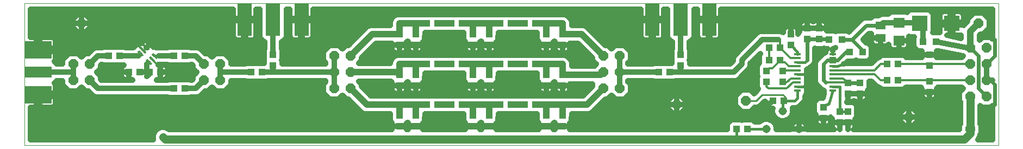
<source format=gbr>
G75*
%MOIN*%
%OFA0B0*%
%FSLAX24Y24*%
%IPPOS*%
%LPD*%
%AMOC8*
5,1,8,0,0,1.08239X$1,22.5*
%
%ADD10C,0.0000*%
%ADD11R,0.0394X0.0157*%
%ADD12OC8,0.0600*%
%ADD13R,0.0433X0.0394*%
%ADD14R,0.0394X0.0433*%
%ADD15C,0.0515*%
%ADD16R,0.0394X0.0394*%
%ADD17R,0.0413X0.0157*%
%ADD18C,0.0079*%
%ADD19R,0.1650X0.0700*%
%ADD20R,0.1650X0.1050*%
%ADD21R,0.0900X0.2000*%
%ADD22R,0.0945X0.0945*%
%ADD23R,0.0709X0.0630*%
%ADD24R,0.0591X0.0512*%
%ADD25C,0.0120*%
%ADD26C,0.0160*%
%ADD27C,0.0100*%
%ADD28C,0.0400*%
%ADD29C,0.0357*%
%ADD30C,0.0240*%
%ADD31C,0.0320*%
%ADD32C,0.0500*%
%ADD33C,0.0436*%
D10*
X003851Y002794D02*
X003851Y011539D01*
X063593Y011539D01*
X063593Y002794D01*
X003851Y002794D01*
X003851Y005094D02*
X003851Y009494D01*
X016901Y011544D02*
X021301Y011544D01*
X041901Y011544D02*
X046301Y011544D01*
D11*
X051268Y008420D03*
X051268Y008170D03*
X051268Y007920D03*
X051268Y007670D03*
X051268Y007420D03*
X051268Y007169D03*
X051268Y006919D03*
X051268Y006669D03*
X051268Y006419D03*
X051268Y006169D03*
X053433Y006169D03*
X053433Y006419D03*
X053433Y006669D03*
X053433Y006919D03*
X053433Y007169D03*
X053433Y007420D03*
X053433Y007670D03*
X053433Y007920D03*
X053433Y008170D03*
X053433Y008420D03*
D12*
X061851Y008794D03*
X062851Y008794D03*
X062851Y007794D03*
X061851Y007794D03*
X061851Y006794D03*
X062851Y006794D03*
X062851Y005794D03*
X061851Y005794D03*
X058101Y004544D03*
X061851Y003794D03*
X048101Y005544D03*
X043851Y005294D03*
X040351Y006294D03*
X039351Y006294D03*
X039351Y007294D03*
X040351Y007294D03*
X040351Y008294D03*
X039351Y008294D03*
X023851Y008294D03*
X022851Y008294D03*
X022851Y007294D03*
X023851Y007294D03*
X023851Y006294D03*
X022851Y006294D03*
X015851Y006794D03*
X014851Y006794D03*
X014851Y007794D03*
X015851Y007794D03*
X007851Y007794D03*
X006851Y007794D03*
X006851Y006794D03*
X007851Y006794D03*
X007351Y010294D03*
X062351Y010294D03*
D13*
X057435Y007794D03*
X056766Y007794D03*
X056766Y006794D03*
X057435Y006794D03*
X050435Y005544D03*
X049766Y005544D03*
X053851Y004879D03*
X053851Y004210D03*
X043435Y007294D03*
X042766Y007294D03*
X049516Y008044D03*
X050185Y008044D03*
X035185Y007794D03*
X034516Y007794D03*
X033685Y007794D03*
X033016Y007794D03*
X030685Y007794D03*
X030016Y007794D03*
X029185Y007794D03*
X028516Y007794D03*
X028516Y005294D03*
X029185Y005294D03*
X030016Y005294D03*
X030685Y005294D03*
X033016Y005294D03*
X033685Y005294D03*
X034516Y005294D03*
X035185Y005294D03*
X018435Y007294D03*
X017766Y007294D03*
X013685Y008294D03*
X013016Y008294D03*
X009685Y008294D03*
X009016Y008294D03*
X010266Y007294D03*
X010935Y007294D03*
X011516Y007294D03*
X012185Y007294D03*
X013016Y006294D03*
X013685Y006294D03*
X028516Y010294D03*
X029185Y010294D03*
X030016Y010294D03*
X030685Y010294D03*
X033016Y010294D03*
X033685Y010294D03*
X034516Y010294D03*
X035185Y010294D03*
D14*
X035851Y009629D03*
X036851Y009629D03*
X036851Y008960D03*
X035851Y008960D03*
X032351Y008960D03*
X031351Y008960D03*
X031351Y009629D03*
X032351Y009629D03*
X027851Y009629D03*
X026851Y009629D03*
X026851Y008960D03*
X027851Y008960D03*
X027851Y007129D03*
X026851Y007129D03*
X026851Y006460D03*
X027851Y006460D03*
X031351Y006460D03*
X032351Y006460D03*
X032351Y007129D03*
X031351Y007129D03*
X035851Y007129D03*
X036851Y007129D03*
X036851Y006460D03*
X035851Y006460D03*
X035851Y004629D03*
X036851Y004629D03*
X036851Y003960D03*
X035851Y003960D03*
X032351Y003960D03*
X031351Y003960D03*
X031351Y004629D03*
X032351Y004629D03*
X027851Y004629D03*
X026851Y004629D03*
X026851Y003960D03*
X027851Y003960D03*
X019101Y007710D03*
X019101Y008379D03*
X044101Y008379D03*
X044101Y007710D03*
X049351Y007379D03*
X050351Y007379D03*
X050351Y006710D03*
X049351Y006710D03*
X054351Y006629D03*
X055101Y006629D03*
X055101Y005960D03*
X054351Y005960D03*
X052851Y005129D03*
X054351Y004879D03*
X052851Y004460D03*
X054351Y004210D03*
X048185Y003794D03*
X047516Y003794D03*
X059351Y006085D03*
X059351Y006754D03*
X059351Y007710D03*
X059351Y008379D03*
X052601Y009335D03*
X051851Y009335D03*
X050851Y009629D03*
X051851Y010004D03*
X052601Y010004D03*
X050851Y008960D03*
X050185Y008794D03*
X049516Y008794D03*
D15*
X050351Y004919D03*
X051351Y003797D03*
X049351Y003797D03*
D16*
X054457Y008544D03*
X055244Y008544D03*
X053994Y009294D03*
X053207Y009294D03*
X058957Y009169D03*
X059744Y009169D03*
D17*
G36*
X011399Y008132D02*
X011689Y007842D01*
X011579Y007732D01*
X011289Y008022D01*
X011399Y008132D01*
G37*
D18*
X011580Y008258D02*
X011815Y008023D01*
X011760Y007968D01*
X011525Y008203D01*
X011580Y008258D01*
X011682Y008046D02*
X011792Y008046D01*
X011714Y008124D02*
X011604Y008124D01*
X011636Y008202D02*
X011526Y008202D01*
X011761Y008439D02*
X011996Y008204D01*
X011941Y008149D01*
X011706Y008384D01*
X011761Y008439D01*
X011863Y008227D02*
X011973Y008227D01*
X011895Y008305D02*
X011785Y008305D01*
X011817Y008383D02*
X011707Y008383D01*
X011119Y008357D02*
X010884Y008592D01*
X011119Y008357D02*
X011064Y008302D01*
X010829Y008537D01*
X010884Y008592D01*
X010986Y008380D02*
X011096Y008380D01*
X011018Y008458D02*
X010908Y008458D01*
X010940Y008536D02*
X010830Y008536D01*
X011065Y008773D02*
X011300Y008538D01*
X011245Y008483D01*
X011010Y008718D01*
X011065Y008773D01*
X011167Y008561D02*
X011277Y008561D01*
X011199Y008639D02*
X011089Y008639D01*
X011121Y008717D02*
X011011Y008717D01*
X011246Y008954D02*
X011481Y008719D01*
X011426Y008664D01*
X011191Y008899D01*
X011246Y008954D01*
X011348Y008742D02*
X011458Y008742D01*
X011380Y008820D02*
X011270Y008820D01*
X011302Y008898D02*
X011192Y008898D01*
D19*
X004683Y007294D03*
D20*
X004683Y005919D03*
X004683Y008670D03*
D21*
X017361Y010534D03*
X019101Y010534D03*
X020841Y010534D03*
X042361Y010534D03*
X044101Y010534D03*
X045841Y010534D03*
D22*
X058741Y010294D03*
X060710Y010294D03*
D23*
X057476Y010346D03*
X057476Y009243D03*
D24*
X056351Y009420D03*
X056351Y010168D03*
D25*
X050810Y008170D02*
X050185Y008794D01*
X050185Y009210D01*
X050101Y009294D01*
X049516Y008794D02*
X049516Y008044D01*
X049726Y007544D02*
X050185Y008004D01*
X050185Y008044D01*
X050310Y007919D01*
X050476Y007919D01*
X050725Y007670D01*
X051268Y007670D01*
X051268Y007420D02*
X050391Y007420D01*
X050351Y007379D01*
X049726Y007544D02*
X049516Y007544D01*
X049351Y007379D01*
X050601Y006669D02*
X050850Y006919D01*
X051268Y006919D01*
X051268Y006669D02*
X050975Y006669D01*
X050601Y006294D01*
X049476Y006294D01*
X049351Y006419D01*
X049351Y006710D01*
X050351Y006710D02*
X050391Y006669D01*
X050601Y006669D01*
X052976Y006669D02*
X053433Y006669D01*
X054310Y006669D01*
X054351Y006629D01*
X054060Y006919D01*
X053433Y006919D01*
X053433Y006669D02*
X053433Y006669D01*
X053433Y007169D02*
X055976Y007169D01*
X056351Y006794D01*
X056766Y006794D01*
X057435Y006794D02*
X059351Y006794D01*
X059351Y006754D01*
X059351Y006794D02*
X061851Y006794D01*
X061851Y007794D02*
X059351Y007794D01*
X059351Y007710D01*
X059351Y007794D02*
X057435Y007794D01*
X056766Y007794D02*
X056351Y007794D01*
X055976Y007420D01*
X053433Y007420D01*
X053433Y007920D02*
X053558Y008044D01*
X053726Y008044D01*
X053433Y007920D02*
X053433Y008170D01*
X053433Y008169D01*
X051268Y008170D02*
X050810Y008170D01*
X013016Y008294D02*
X011851Y008294D01*
X011670Y008113D02*
X011670Y008100D01*
X012101Y007669D01*
X012101Y007379D01*
X012185Y007294D01*
X011185Y008628D02*
X011351Y008794D01*
X011336Y008809D02*
X011336Y008809D01*
X010976Y009169D01*
X010726Y009044D02*
X010601Y009044D01*
X010351Y009294D01*
X010726Y009044D02*
X011142Y008628D01*
X011155Y008628D01*
X011185Y008628D01*
D26*
X010974Y008447D02*
X010974Y008417D01*
X010851Y008294D01*
X011351Y007794D02*
X011489Y007932D01*
X047351Y003169D02*
X047516Y003335D01*
X047516Y003794D01*
X048185Y003794D02*
X049229Y003794D01*
X049351Y003797D01*
X050351Y004919D02*
X050351Y005460D01*
X050435Y005544D01*
X051101Y005544D01*
X051268Y005712D01*
X051268Y006169D01*
X051268Y006419D02*
X051726Y006419D01*
X051976Y006169D01*
X053183Y005377D02*
X053433Y006169D01*
X053433Y006419D02*
X053850Y006419D01*
X053851Y006419D01*
X053851Y004879D01*
X054351Y004879D01*
X053183Y005377D02*
X053101Y005294D01*
X053016Y005294D01*
X052851Y005129D01*
X051976Y006919D02*
X051726Y007169D01*
X051268Y007169D01*
X053433Y007670D02*
X053726Y007670D01*
X054101Y007794D01*
X051851Y008044D02*
X051726Y007920D01*
X051268Y007920D01*
X051268Y008420D02*
X051268Y008542D01*
X050851Y008960D01*
X053433Y008627D02*
X053433Y008420D01*
X053433Y008627D02*
X053601Y008794D01*
D27*
X050476Y005794D02*
X050351Y005919D01*
X049101Y005919D01*
X048726Y005544D01*
X048101Y005544D01*
X050435Y005544D02*
X050476Y005585D01*
X050476Y005794D01*
D28*
X039351Y006294D02*
X038351Y005294D01*
X036851Y005294D01*
X036851Y004629D01*
X035851Y004629D02*
X035851Y005294D01*
X036851Y005294D01*
X035851Y005294D02*
X035185Y005294D01*
X034516Y005294D02*
X033685Y005294D01*
X033016Y005294D02*
X032351Y005294D01*
X032351Y004629D01*
X031351Y004629D02*
X031351Y005294D01*
X032351Y005294D01*
X031351Y005294D02*
X030685Y005294D01*
X030016Y005294D02*
X029185Y005294D01*
X028516Y005294D02*
X027851Y005294D01*
X027851Y004629D01*
X026851Y004629D02*
X026851Y005294D01*
X024851Y005294D01*
X023851Y006294D01*
X026851Y006460D02*
X027851Y006460D01*
X031351Y006460D01*
X032351Y006460D01*
X035851Y006460D01*
X036851Y006460D01*
X036851Y007129D02*
X039185Y007129D01*
X039351Y007294D01*
X036851Y007129D02*
X036851Y007794D01*
X035851Y007794D01*
X035851Y007129D01*
X035851Y007794D02*
X035185Y007794D01*
X034516Y007794D02*
X033685Y007794D01*
X033016Y007794D02*
X032351Y007794D01*
X032351Y007129D01*
X031351Y007129D02*
X031351Y007794D01*
X030685Y007794D01*
X031351Y007794D02*
X032351Y007794D01*
X030016Y007794D02*
X029185Y007794D01*
X028516Y007794D02*
X027851Y007794D01*
X026851Y007794D01*
X026851Y007129D01*
X026685Y007294D01*
X023851Y007294D01*
X023851Y008294D02*
X025185Y009629D01*
X026851Y009629D01*
X026851Y010294D01*
X027851Y010294D01*
X027851Y009629D01*
X027851Y010294D02*
X028516Y010294D01*
X029185Y010294D02*
X030016Y010294D01*
X030685Y010294D02*
X031351Y010294D01*
X031351Y009629D01*
X032351Y009629D02*
X032351Y010294D01*
X033016Y010294D01*
X032351Y010294D02*
X031351Y010294D01*
X033685Y010294D02*
X034516Y010294D01*
X035185Y010294D02*
X035851Y010294D01*
X035851Y009629D01*
X036851Y009629D02*
X038016Y009629D01*
X039351Y008294D01*
X036851Y008960D02*
X035851Y008960D01*
X032351Y008960D01*
X031351Y008960D01*
X027851Y008960D01*
X026851Y008960D01*
X027851Y007794D02*
X027851Y007129D01*
X027851Y005294D02*
X026851Y005294D01*
X026851Y003960D02*
X027851Y003960D01*
X031351Y003960D01*
X032351Y003960D01*
X035851Y003960D01*
X036851Y003960D01*
X036851Y009629D02*
X036851Y010294D01*
X035851Y010294D01*
X061851Y009794D02*
X061851Y008794D01*
X061851Y009794D02*
X062351Y010294D01*
D29*
X062976Y009669D03*
X060851Y009544D03*
X056726Y008669D03*
X055976Y008544D03*
X053601Y008794D03*
X052476Y008419D03*
X054101Y007794D03*
X055101Y007919D03*
X058476Y008419D03*
X060351Y008419D03*
X055601Y009294D03*
X052601Y010544D03*
X051851Y010544D03*
X050851Y010044D03*
X049851Y010044D03*
X047976Y009419D03*
X046351Y008294D03*
X042351Y008294D03*
X039851Y009044D03*
X037351Y008794D03*
X035351Y008794D03*
X034101Y008794D03*
X032851Y008794D03*
X030851Y008794D03*
X029601Y008794D03*
X028351Y008794D03*
X026351Y008794D03*
X023351Y009294D03*
X021351Y009294D03*
X023351Y010294D03*
X025851Y010419D03*
X017351Y009294D03*
X015351Y009294D03*
X013351Y009294D03*
X012351Y009294D03*
X010351Y009294D03*
X009351Y009294D03*
X009351Y007294D03*
X011351Y007044D03*
X012851Y007294D03*
X013351Y005294D03*
X011351Y005294D03*
X009351Y005294D03*
X015351Y005294D03*
X017351Y005294D03*
X019351Y005294D03*
X021351Y005294D03*
X023351Y005294D03*
X026351Y006294D03*
X028351Y006294D03*
X029601Y006294D03*
X030851Y006294D03*
X032851Y006294D03*
X034101Y006294D03*
X035351Y006294D03*
X037351Y006294D03*
X038226Y006294D03*
X039851Y005669D03*
X042351Y006294D03*
X044351Y006294D03*
X046351Y006294D03*
X048476Y007169D03*
X051976Y006919D03*
X051976Y006169D03*
X054351Y005544D03*
X055101Y005544D03*
X056726Y005919D03*
X058601Y006044D03*
X060226Y006169D03*
X062851Y004794D03*
X060976Y004544D03*
X059476Y004044D03*
X062851Y003794D03*
X055226Y004544D03*
X052851Y004044D03*
X051976Y003919D03*
X053851Y003794D03*
X054351Y003794D03*
X051976Y004919D03*
X048851Y004794D03*
X046351Y004294D03*
X044351Y004294D03*
X042351Y004294D03*
X039101Y004794D03*
X037351Y003794D03*
X035351Y003794D03*
X034101Y003794D03*
X032851Y003794D03*
X030851Y003794D03*
X029601Y003794D03*
X028351Y003794D03*
X026351Y003794D03*
X038226Y008044D03*
X061476Y010919D03*
X062976Y010919D03*
D30*
X062976Y009669D02*
X063351Y009294D01*
X063351Y008294D01*
X062851Y007794D01*
X062851Y006794D01*
X063101Y006794D01*
X063351Y006544D01*
X063351Y005294D01*
X062851Y004794D01*
X062851Y005794D02*
X062351Y006294D01*
X062351Y008294D01*
X061851Y008794D01*
X056351Y010168D02*
X055475Y010168D01*
X054601Y009294D01*
X055244Y008651D01*
X055244Y008544D01*
X054457Y008544D02*
X054226Y008544D01*
X053726Y008044D01*
X053101Y008044D01*
X052851Y007794D01*
X052851Y006794D01*
X052976Y006669D01*
X054351Y006629D02*
X055101Y006629D01*
X055101Y005960D02*
X054351Y005960D01*
X054351Y005544D01*
X055101Y005544D02*
X055101Y005960D01*
X052851Y004460D02*
X052851Y004044D01*
X053851Y004210D02*
X053851Y003794D01*
X054351Y003794D02*
X054351Y004210D01*
X053851Y004210D01*
X051851Y008044D02*
X051851Y009335D01*
X052601Y009335D01*
X053167Y009335D01*
X053207Y009294D01*
X053994Y009294D02*
X054601Y009294D01*
X052601Y010004D02*
X052601Y010544D01*
X051851Y010544D02*
X051851Y010004D01*
X050851Y010044D02*
X050851Y009629D01*
D31*
X050851Y009629D01*
X050851Y010106D01*
X051073Y010106D01*
X051123Y010096D01*
X051171Y010076D01*
X051213Y010048D01*
X051249Y010011D01*
X051278Y009969D01*
X051297Y009921D01*
X051307Y009871D01*
X051307Y009656D01*
X051349Y009755D01*
X051394Y009800D01*
X051394Y010004D01*
X051851Y010004D01*
X051851Y010004D01*
X052307Y010004D01*
X052601Y010004D01*
X052601Y010004D01*
X053057Y010004D01*
X053057Y010246D01*
X053047Y010296D01*
X053028Y010344D01*
X052999Y010386D01*
X052963Y010423D01*
X052921Y010451D01*
X052873Y010471D01*
X052823Y010481D01*
X052601Y010481D01*
X052601Y010004D01*
X053057Y010004D01*
X053057Y009851D01*
X053475Y009851D01*
X053601Y009799D01*
X053726Y009851D01*
X054263Y009851D01*
X054395Y009796D01*
X054409Y009782D01*
X055203Y010575D01*
X055379Y010648D01*
X055770Y010648D01*
X055851Y010729D01*
X055984Y010784D01*
X056231Y010784D01*
X056233Y010786D01*
X056424Y010866D01*
X056817Y010866D01*
X056917Y010966D01*
X057050Y011021D01*
X057902Y011021D01*
X057981Y010988D01*
X058065Y011072D01*
X058197Y011127D01*
X059285Y011127D01*
X059418Y011072D01*
X059519Y010971D01*
X059574Y010838D01*
X059574Y009750D01*
X059564Y009726D01*
X059996Y009726D01*
X059987Y009746D01*
X059977Y009796D01*
X059977Y010218D01*
X060634Y010218D01*
X060786Y010218D01*
X060786Y009562D01*
X061208Y009562D01*
X061258Y009572D01*
X061291Y009585D01*
X061291Y009390D01*
X060433Y009562D01*
X060634Y009562D01*
X060634Y010218D01*
X060634Y010371D01*
X060634Y011027D01*
X060212Y011027D01*
X060162Y011017D01*
X060114Y010997D01*
X060072Y010969D01*
X060035Y010933D01*
X060007Y010890D01*
X059987Y010843D01*
X059977Y010792D01*
X059977Y010371D01*
X060634Y010371D01*
X060786Y010371D01*
X060786Y011027D01*
X061208Y011027D01*
X061258Y011017D01*
X061305Y010997D01*
X061348Y010969D01*
X061384Y010933D01*
X061413Y010890D01*
X061432Y010843D01*
X061442Y010792D01*
X061442Y010371D01*
X060786Y010371D01*
X060786Y010218D01*
X061442Y010218D01*
X061442Y010178D01*
X061691Y010426D01*
X061691Y010568D01*
X062077Y010954D01*
X062624Y010954D01*
X063011Y010568D01*
X063011Y010021D01*
X062624Y009634D01*
X062483Y009634D01*
X062411Y009562D01*
X062411Y009288D01*
X062577Y009454D01*
X063124Y009454D01*
X063233Y009346D01*
X063233Y011179D01*
X046551Y011179D01*
X046551Y010599D01*
X045906Y010599D01*
X045906Y010469D01*
X046551Y010469D01*
X046551Y009509D01*
X046541Y009459D01*
X046521Y009411D01*
X046493Y009369D01*
X046456Y009332D01*
X046414Y009304D01*
X046366Y009284D01*
X046316Y009274D01*
X045906Y009274D01*
X045906Y010469D01*
X045776Y010469D01*
X045776Y009274D01*
X045365Y009274D01*
X045315Y009284D01*
X045267Y009304D01*
X045225Y009332D01*
X045189Y009369D01*
X045160Y009411D01*
X045141Y009459D01*
X045131Y009509D01*
X045131Y010469D01*
X045776Y010469D01*
X045776Y010599D01*
X045131Y010599D01*
X045131Y011179D01*
X044911Y011179D01*
X044911Y009463D01*
X044856Y009330D01*
X044755Y009229D01*
X044622Y009174D01*
X044621Y009174D01*
X044621Y008756D01*
X044657Y008667D01*
X044657Y008091D01*
X044638Y008044D01*
X044657Y007998D01*
X044657Y007814D01*
X047135Y007814D01*
X047331Y008010D01*
X047331Y008148D01*
X047410Y008339D01*
X047556Y008485D01*
X048806Y009735D01*
X048997Y009814D01*
X050204Y009814D01*
X050394Y009736D01*
X050394Y009871D01*
X050404Y009921D01*
X050423Y009969D01*
X050452Y010011D01*
X050488Y010048D01*
X050531Y010076D01*
X050578Y010096D01*
X050628Y010106D01*
X050851Y010106D01*
X050851Y009629D01*
X050851Y009634D02*
X050851Y009634D01*
X050851Y009952D02*
X050851Y009952D01*
X051285Y009952D02*
X051394Y009952D01*
X051394Y010004D02*
X051851Y010004D01*
X052601Y010004D01*
X052601Y010004D01*
X052601Y010481D01*
X052378Y010481D01*
X052328Y010471D01*
X052281Y010451D01*
X052238Y010423D01*
X052226Y010410D01*
X052213Y010423D01*
X052171Y010451D01*
X052123Y010471D01*
X052073Y010481D01*
X051851Y010481D01*
X051851Y010004D01*
X051851Y010004D01*
X051851Y010481D01*
X051628Y010481D01*
X051578Y010471D01*
X051531Y010451D01*
X051488Y010423D01*
X051452Y010386D01*
X051423Y010344D01*
X051404Y010296D01*
X051394Y010246D01*
X051394Y010004D01*
X051851Y010004D02*
X051851Y010004D01*
X052601Y010004D02*
X052601Y010004D01*
X053057Y009952D02*
X054580Y009952D01*
X054898Y010271D02*
X053053Y010271D01*
X052601Y010271D02*
X052601Y010271D01*
X051851Y010271D02*
X051851Y010271D01*
X051399Y010271D02*
X046551Y010271D01*
X045906Y010271D02*
X045776Y010271D01*
X045131Y010271D02*
X044911Y010271D01*
X044911Y010589D02*
X045776Y010589D01*
X045906Y010589D02*
X055237Y010589D01*
X056351Y010168D02*
X056528Y010346D01*
X057476Y010346D01*
X058690Y010346D01*
X058741Y010294D01*
X058957Y010079D01*
X058957Y009169D01*
X058400Y009315D02*
X058090Y009315D01*
X058090Y009243D02*
X058090Y009506D01*
X058197Y009462D01*
X058410Y009462D01*
X058400Y009438D01*
X058400Y008901D01*
X058455Y008769D01*
X058556Y008667D01*
X058688Y008613D01*
X058894Y008613D01*
X058894Y008379D01*
X058894Y008214D01*
X057938Y008214D01*
X057856Y008296D01*
X057723Y008351D01*
X057147Y008351D01*
X057101Y008332D01*
X057054Y008351D01*
X056478Y008351D01*
X056346Y008296D01*
X056261Y008212D01*
X056113Y008150D01*
X055995Y008032D01*
X055802Y007840D01*
X054200Y007840D01*
X054348Y007988D01*
X054725Y007988D01*
X054851Y008039D01*
X054976Y007988D01*
X055513Y007988D01*
X055645Y008042D01*
X055746Y008144D01*
X055801Y008276D01*
X055801Y008813D01*
X055746Y008945D01*
X055645Y009046D01*
X055513Y009101D01*
X055473Y009101D01*
X055279Y009294D01*
X055673Y009688D01*
X055770Y009688D01*
X055795Y009663D01*
X055795Y009420D01*
X055795Y009139D01*
X055805Y009089D01*
X055825Y009041D01*
X055853Y008999D01*
X055890Y008963D01*
X055932Y008934D01*
X055980Y008914D01*
X056030Y008904D01*
X056351Y008904D01*
X056672Y008904D01*
X056722Y008914D01*
X056769Y008934D01*
X056812Y008963D01*
X056848Y008999D01*
X056861Y009019D01*
X056861Y008903D01*
X056871Y008852D01*
X056891Y008805D01*
X056919Y008763D01*
X056956Y008726D01*
X056998Y008698D01*
X057045Y008678D01*
X055801Y008678D01*
X056351Y008904D02*
X056351Y009420D01*
X056351Y008904D01*
X056351Y008997D02*
X056351Y008997D01*
X056846Y008997D02*
X056861Y008997D01*
X057476Y008997D02*
X057476Y008997D01*
X058032Y008763D02*
X058060Y008805D01*
X058080Y008852D01*
X058090Y008903D01*
X058090Y009243D01*
X057476Y009243D01*
X057476Y009243D01*
X057476Y008668D01*
X057856Y008668D01*
X057906Y008678D01*
X057953Y008698D01*
X057996Y008726D01*
X058032Y008763D01*
X057906Y008678D02*
X058545Y008678D01*
X057476Y008678D02*
X057476Y008678D01*
X057476Y008668D02*
X057476Y009243D01*
X057476Y009243D01*
X058090Y009243D01*
X058090Y008997D02*
X058400Y008997D01*
X057476Y008668D02*
X057096Y008668D01*
X057045Y008678D01*
X055855Y008997D02*
X055695Y008997D01*
X055795Y009315D02*
X055300Y009315D01*
X055795Y009420D02*
X056351Y009420D01*
X056351Y009420D01*
X056351Y009420D01*
X055795Y009420D01*
X055795Y009634D02*
X055619Y009634D01*
X056351Y009315D02*
X056351Y009315D01*
X053433Y008738D02*
X053433Y008608D01*
X053433Y008738D01*
X053433Y008738D01*
X053433Y008678D02*
X053433Y008678D01*
X053433Y008608D02*
X053433Y008608D01*
X053135Y008738D02*
X053113Y008729D01*
X053071Y008700D01*
X053035Y008664D01*
X053006Y008621D01*
X052986Y008574D01*
X052976Y008524D01*
X052976Y008512D01*
X052829Y008451D01*
X052579Y008201D01*
X052444Y008066D01*
X052371Y007890D01*
X052371Y006699D01*
X052444Y006522D01*
X052704Y006262D01*
X052876Y006191D01*
X052876Y006019D01*
X052904Y005953D01*
X052826Y005706D01*
X052582Y005706D01*
X052450Y005651D01*
X052349Y005549D01*
X052294Y005417D01*
X052294Y004841D01*
X052349Y004709D01*
X052394Y004663D01*
X052394Y004460D01*
X052851Y004460D01*
X053307Y004460D01*
X053307Y004530D01*
X053329Y004478D01*
X053374Y004433D01*
X053374Y004432D01*
X053374Y004210D01*
X053851Y004210D01*
X054351Y004210D01*
X054807Y004210D01*
X054807Y004413D01*
X054853Y004459D01*
X054907Y004591D01*
X054907Y005167D01*
X054853Y005299D01*
X054751Y005401D01*
X054619Y005456D01*
X054291Y005456D01*
X054291Y005483D01*
X054351Y005483D01*
X054573Y005483D01*
X054623Y005493D01*
X054671Y005513D01*
X054713Y005541D01*
X054726Y005554D01*
X054738Y005541D01*
X054781Y005513D01*
X054828Y005493D01*
X054878Y005483D01*
X055101Y005483D01*
X055323Y005483D01*
X055373Y005493D01*
X055421Y005513D01*
X055463Y005541D01*
X055499Y005577D01*
X055528Y005620D01*
X055547Y005667D01*
X055557Y005718D01*
X055557Y005960D01*
X055557Y006163D01*
X055603Y006209D01*
X055657Y006341D01*
X055657Y006749D01*
X055802Y006749D01*
X055995Y006556D01*
X056113Y006438D01*
X056261Y006377D01*
X056346Y006292D01*
X056478Y006238D01*
X057054Y006238D01*
X057101Y006257D01*
X057147Y006238D01*
X057723Y006238D01*
X057856Y006292D01*
X057938Y006374D01*
X058832Y006374D01*
X058849Y006334D01*
X058894Y006288D01*
X058894Y006085D01*
X059351Y006085D01*
X059807Y006085D01*
X059807Y006288D01*
X059853Y006334D01*
X059870Y006374D01*
X061337Y006374D01*
X061417Y006294D01*
X061191Y006068D01*
X061191Y005521D01*
X061241Y005471D01*
X061241Y004118D01*
X061191Y004068D01*
X061191Y003779D01*
X054695Y003779D01*
X054713Y003791D01*
X054749Y003827D01*
X054778Y003870D01*
X054797Y003917D01*
X054807Y003968D01*
X054807Y004210D01*
X054351Y004210D01*
X054351Y004210D01*
X054351Y003779D01*
X054351Y003779D01*
X054351Y004210D01*
X054351Y004210D01*
X054351Y004210D01*
X053894Y004210D01*
X053851Y004210D01*
X053851Y004210D01*
X053851Y003779D01*
X053851Y003779D01*
X053851Y004210D01*
X053851Y004210D01*
X053851Y004210D01*
X053374Y004210D01*
X053374Y003987D01*
X053384Y003937D01*
X053404Y003890D01*
X053432Y003847D01*
X053468Y003811D01*
X053511Y003782D01*
X053518Y003779D01*
X051868Y003779D01*
X051868Y003797D01*
X051351Y003797D01*
X051351Y003797D01*
X051868Y003797D01*
X051868Y003838D01*
X051855Y003919D01*
X051830Y003996D01*
X051793Y004069D01*
X051745Y004134D01*
X051688Y004192D01*
X051622Y004240D01*
X051549Y004277D01*
X051472Y004302D01*
X051391Y004315D01*
X051351Y004315D01*
X051351Y003797D01*
X051351Y003797D01*
X050833Y003797D01*
X050833Y003779D01*
X049968Y003779D01*
X049968Y003920D01*
X049874Y004147D01*
X049700Y004321D01*
X049473Y004415D01*
X049228Y004415D01*
X049001Y004321D01*
X048914Y004234D01*
X048668Y004234D01*
X048586Y004316D01*
X048454Y004371D01*
X047917Y004371D01*
X047851Y004344D01*
X047784Y004371D01*
X047248Y004371D01*
X047115Y004316D01*
X047014Y004215D01*
X046959Y004083D01*
X046959Y003779D01*
X037307Y003779D01*
X037307Y003960D01*
X037307Y004163D01*
X037353Y004209D01*
X037407Y004341D01*
X037407Y004510D01*
X037411Y004518D01*
X037411Y004734D01*
X038462Y004734D01*
X038668Y004820D01*
X039483Y005634D01*
X039624Y005634D01*
X039851Y005861D01*
X040077Y005634D01*
X040624Y005634D01*
X041011Y006021D01*
X041011Y006568D01*
X040871Y006708D01*
X040871Y006774D01*
X042389Y006774D01*
X042478Y006738D01*
X043054Y006738D01*
X043101Y006757D01*
X043147Y006738D01*
X043723Y006738D01*
X043812Y006774D01*
X047454Y006774D01*
X047645Y006854D01*
X047791Y007000D01*
X048291Y007500D01*
X048371Y007691D01*
X048371Y007829D01*
X048985Y008443D01*
X048989Y008433D01*
X048939Y008313D01*
X048939Y007890D01*
X048849Y007799D01*
X048794Y007667D01*
X048794Y007091D01*
X048813Y007044D01*
X048794Y006998D01*
X048794Y006422D01*
X048849Y006289D01*
X048870Y006268D01*
X048868Y006267D01*
X048753Y006152D01*
X048590Y005988D01*
X048374Y006204D01*
X047827Y006204D01*
X047441Y005818D01*
X047441Y005271D01*
X047827Y004884D01*
X048374Y004884D01*
X048624Y005134D01*
X048807Y005134D01*
X048958Y005197D01*
X049270Y005509D01*
X049289Y005509D01*
X049289Y005322D01*
X049299Y005272D01*
X049319Y005224D01*
X049347Y005182D01*
X049384Y005146D01*
X049426Y005117D01*
X049474Y005098D01*
X049524Y005088D01*
X049752Y005088D01*
X049733Y005042D01*
X049733Y004797D01*
X049827Y004570D01*
X050001Y004396D01*
X050228Y004302D01*
X050473Y004302D01*
X050700Y004396D01*
X050874Y004570D01*
X050968Y004797D01*
X050968Y005042D01*
X050942Y005104D01*
X051188Y005104D01*
X051350Y005171D01*
X051474Y005295D01*
X051641Y005462D01*
X051708Y005624D01*
X051708Y005824D01*
X051770Y005887D01*
X051825Y006019D01*
X051825Y006320D01*
X051784Y006419D01*
X051825Y006519D01*
X051825Y007070D01*
X051783Y007169D01*
X051825Y007269D01*
X051825Y007484D01*
X051975Y007547D01*
X052026Y007597D01*
X052123Y007637D01*
X052258Y007772D01*
X052331Y007949D01*
X052331Y008759D01*
X052332Y008758D01*
X052869Y008758D01*
X052879Y008762D01*
X052938Y008738D01*
X053135Y008738D01*
X053049Y008678D02*
X052331Y008678D01*
X052331Y008360D02*
X052737Y008360D01*
X052433Y008041D02*
X052331Y008041D01*
X052371Y007723D02*
X052208Y007723D01*
X052371Y007404D02*
X051825Y007404D01*
X051818Y007086D02*
X052371Y007086D01*
X052371Y006767D02*
X051825Y006767D01*
X051796Y006449D02*
X052517Y006449D01*
X052876Y006130D02*
X051825Y006130D01*
X051708Y005812D02*
X052859Y005812D01*
X052325Y005493D02*
X051654Y005493D01*
X051353Y005175D02*
X052294Y005175D01*
X052294Y004856D02*
X050968Y004856D01*
X050842Y004538D02*
X052394Y004538D01*
X052394Y004460D02*
X052394Y004218D01*
X052404Y004167D01*
X052423Y004120D01*
X052452Y004077D01*
X052488Y004041D01*
X052531Y004013D01*
X052578Y003993D01*
X052628Y003983D01*
X052851Y003983D01*
X053073Y003983D01*
X053123Y003993D01*
X053171Y004013D01*
X053213Y004041D01*
X053249Y004077D01*
X053278Y004120D01*
X053297Y004167D01*
X053307Y004218D01*
X053307Y004460D01*
X052851Y004460D01*
X052851Y004460D01*
X052851Y003983D01*
X052851Y004460D01*
X052851Y004460D01*
X052851Y004460D01*
X052394Y004460D01*
X052394Y004219D02*
X051650Y004219D01*
X051351Y004219D02*
X051351Y004219D01*
X051351Y004315D02*
X051310Y004315D01*
X051229Y004302D01*
X051152Y004277D01*
X051079Y004240D01*
X051014Y004192D01*
X050956Y004134D01*
X050908Y004069D01*
X050871Y003996D01*
X050846Y003919D01*
X050833Y003838D01*
X050833Y003797D01*
X051351Y003797D01*
X051351Y003797D01*
X051351Y004315D01*
X051051Y004219D02*
X049802Y004219D01*
X049859Y004538D02*
X037411Y004538D01*
X037357Y004219D02*
X047018Y004219D01*
X046959Y003901D02*
X037307Y003901D01*
X037307Y003960D02*
X036851Y003960D01*
X037307Y003960D01*
X036851Y003960D02*
X036851Y003960D01*
X036851Y003960D01*
X036394Y003960D01*
X036394Y004163D01*
X036351Y004207D01*
X036307Y004163D01*
X036307Y003960D01*
X035851Y003960D01*
X035851Y003960D01*
X036307Y003960D01*
X036307Y003779D01*
X036394Y003779D01*
X036394Y003960D01*
X036851Y003960D01*
X036394Y003901D02*
X036307Y003901D01*
X035851Y003960D02*
X035394Y003960D01*
X035851Y003960D01*
X035851Y003960D01*
X035394Y003960D02*
X035394Y003779D01*
X032807Y003779D01*
X032807Y003960D01*
X032807Y004163D01*
X032853Y004209D01*
X032907Y004341D01*
X032907Y004510D01*
X032911Y004518D01*
X032911Y004734D01*
X033127Y004734D01*
X033135Y004738D01*
X033304Y004738D01*
X033351Y004757D01*
X033397Y004738D01*
X033566Y004738D01*
X033574Y004734D01*
X034627Y004734D01*
X034635Y004738D01*
X034804Y004738D01*
X034851Y004757D01*
X034897Y004738D01*
X035066Y004738D01*
X035074Y004734D01*
X035291Y004734D01*
X035291Y004518D01*
X035294Y004510D01*
X035294Y004341D01*
X035349Y004209D01*
X035394Y004163D01*
X035394Y003960D01*
X035394Y003901D02*
X032807Y003901D01*
X032807Y003960D02*
X032351Y003960D01*
X032807Y003960D01*
X032351Y003960D02*
X032351Y003960D01*
X032351Y003960D01*
X031894Y003960D01*
X031894Y004163D01*
X031851Y004207D01*
X031807Y004163D01*
X031807Y003960D01*
X031351Y003960D01*
X031351Y003960D01*
X031807Y003960D01*
X031807Y003779D01*
X031894Y003779D01*
X031894Y003960D01*
X032351Y003960D01*
X031894Y003901D02*
X031807Y003901D01*
X031351Y003960D02*
X030894Y003960D01*
X031351Y003960D01*
X031351Y003960D01*
X030894Y003960D02*
X030894Y003779D01*
X028307Y003779D01*
X028307Y003960D01*
X028307Y004163D01*
X028353Y004209D01*
X028407Y004341D01*
X028407Y004510D01*
X028411Y004518D01*
X028411Y004734D01*
X028627Y004734D01*
X028635Y004738D01*
X028804Y004738D01*
X028851Y004757D01*
X028897Y004738D01*
X029066Y004738D01*
X029074Y004734D01*
X030127Y004734D01*
X030135Y004738D01*
X030304Y004738D01*
X030351Y004757D01*
X030397Y004738D01*
X030566Y004738D01*
X030574Y004734D01*
X030791Y004734D01*
X030791Y004518D01*
X030794Y004510D01*
X030794Y004341D01*
X030849Y004209D01*
X030894Y004163D01*
X030894Y003960D01*
X030894Y003901D02*
X028307Y003901D01*
X028307Y003960D02*
X027851Y003960D01*
X028307Y003960D01*
X027851Y003960D02*
X027851Y003960D01*
X027851Y003960D01*
X027394Y003960D01*
X027394Y004163D01*
X027351Y004207D01*
X027307Y004163D01*
X027307Y003960D01*
X026851Y003960D01*
X026851Y003960D01*
X027307Y003960D01*
X027307Y003779D01*
X027394Y003779D01*
X027394Y003960D01*
X027851Y003960D01*
X027394Y003901D02*
X027307Y003901D01*
X026851Y003960D02*
X026394Y003960D01*
X026851Y003960D01*
X026851Y003960D01*
X026394Y003960D02*
X026394Y003779D01*
X012728Y003779D01*
X012696Y003812D01*
X012472Y003904D01*
X012229Y003904D01*
X012005Y003812D01*
X011833Y003640D01*
X011741Y003416D01*
X011741Y003173D01*
X011748Y003154D01*
X004211Y003154D01*
X004211Y005134D01*
X004581Y005134D01*
X004581Y005816D01*
X004786Y005816D01*
X004786Y005134D01*
X005534Y005134D01*
X005584Y005144D01*
X005632Y005163D01*
X005674Y005192D01*
X005710Y005228D01*
X005739Y005270D01*
X005758Y005318D01*
X005768Y005368D01*
X005768Y005816D01*
X004786Y005816D01*
X004786Y006021D01*
X005768Y006021D01*
X005768Y006469D01*
X005758Y006519D01*
X005739Y006567D01*
X005710Y006609D01*
X005690Y006630D01*
X005712Y006639D01*
X005814Y006740D01*
X005828Y006774D01*
X006191Y006774D01*
X006191Y006521D01*
X006577Y006134D01*
X007124Y006134D01*
X007351Y006361D01*
X007577Y006134D01*
X007775Y006134D01*
X008056Y005854D01*
X008247Y005774D01*
X012639Y005774D01*
X012728Y005738D01*
X013304Y005738D01*
X013351Y005757D01*
X013397Y005738D01*
X013973Y005738D01*
X014062Y005774D01*
X014454Y005774D01*
X014645Y005854D01*
X014926Y006134D01*
X015124Y006134D01*
X015351Y006361D01*
X015577Y006134D01*
X016124Y006134D01*
X016511Y006521D01*
X016511Y006774D01*
X017389Y006774D01*
X017478Y006738D01*
X018054Y006738D01*
X018101Y006757D01*
X018147Y006738D01*
X018723Y006738D01*
X018812Y006774D01*
X022331Y006774D01*
X022331Y006708D01*
X022191Y006568D01*
X022191Y006021D01*
X022577Y005634D01*
X023124Y005634D01*
X023351Y005861D01*
X023577Y005634D01*
X023719Y005634D01*
X024533Y004820D01*
X024739Y004734D01*
X026291Y004734D01*
X026291Y004518D01*
X026294Y004510D01*
X026294Y004341D01*
X026349Y004209D01*
X026394Y004163D01*
X026394Y003960D01*
X026394Y003901D02*
X012480Y003901D01*
X012221Y003901D02*
X004211Y003901D01*
X004211Y004219D02*
X026344Y004219D01*
X026291Y004538D02*
X004211Y004538D01*
X004211Y004856D02*
X024497Y004856D01*
X024178Y005175D02*
X005649Y005175D01*
X004786Y005175D02*
X004581Y005175D01*
X004581Y005493D02*
X004786Y005493D01*
X004786Y005812D02*
X004581Y005812D01*
X005768Y005812D02*
X008157Y005812D01*
X007779Y006130D02*
X005768Y006130D01*
X005768Y006449D02*
X006263Y006449D01*
X006191Y006767D02*
X005825Y006767D01*
X006851Y006794D02*
X006851Y007294D01*
X006851Y007794D01*
X006191Y007814D02*
X005828Y007814D01*
X005814Y007848D01*
X005712Y007950D01*
X005690Y007959D01*
X005710Y007979D01*
X005739Y008022D01*
X005758Y008069D01*
X005768Y008120D01*
X005768Y008568D01*
X004786Y008568D01*
X004786Y008773D01*
X004581Y008773D01*
X004581Y009455D01*
X004211Y009455D01*
X004211Y011179D01*
X016651Y011179D01*
X016651Y010599D01*
X017296Y010599D01*
X017296Y010469D01*
X017426Y010469D01*
X017426Y010599D01*
X018071Y010599D01*
X018071Y011179D01*
X018291Y011179D01*
X018291Y009463D01*
X018345Y009330D01*
X018447Y009229D01*
X018579Y009174D01*
X018581Y009174D01*
X018581Y008756D01*
X018544Y008667D01*
X018544Y008091D01*
X018563Y008044D01*
X018544Y007998D01*
X018544Y007851D01*
X018147Y007851D01*
X018101Y007832D01*
X018054Y007851D01*
X017478Y007851D01*
X017389Y007814D01*
X016511Y007814D01*
X016511Y008068D01*
X016124Y008454D01*
X015577Y008454D01*
X015351Y008228D01*
X015124Y008454D01*
X014926Y008454D01*
X014645Y008735D01*
X014454Y008814D01*
X014062Y008814D01*
X013973Y008851D01*
X013397Y008851D01*
X013351Y008832D01*
X013304Y008851D01*
X012728Y008851D01*
X012639Y008814D01*
X011997Y008814D01*
X011949Y008795D01*
X011840Y008840D01*
X011756Y008840D01*
X011747Y008861D01*
X011714Y008910D01*
X011575Y009049D01*
X011436Y009188D01*
X011387Y009221D01*
X011332Y009243D01*
X011275Y009255D01*
X011216Y009255D01*
X011158Y009243D01*
X011103Y009221D01*
X011054Y009188D01*
X011006Y009139D01*
X010957Y009091D01*
X010924Y009042D01*
X010924Y009040D01*
X010922Y009040D01*
X010873Y009007D01*
X010859Y008993D01*
X010804Y008993D01*
X010657Y008932D01*
X010539Y008814D01*
X010062Y008814D01*
X009973Y008851D01*
X009397Y008851D01*
X009351Y008832D01*
X009304Y008851D01*
X008728Y008851D01*
X008639Y008814D01*
X008247Y008814D01*
X008056Y008735D01*
X007775Y008454D01*
X007577Y008454D01*
X007351Y008228D01*
X007124Y008454D01*
X006577Y008454D01*
X006191Y008068D01*
X006191Y007814D01*
X006191Y008041D02*
X005747Y008041D01*
X005768Y008360D02*
X006483Y008360D01*
X007218Y008360D02*
X007483Y008360D01*
X007999Y008678D02*
X004786Y008678D01*
X004786Y008773D02*
X005768Y008773D01*
X005768Y009221D01*
X005758Y009271D01*
X005739Y009318D01*
X005710Y009361D01*
X005674Y009397D01*
X005632Y009426D01*
X005584Y009445D01*
X005534Y009455D01*
X004786Y009455D01*
X004786Y008773D01*
X004786Y008997D02*
X004581Y008997D01*
X004581Y009315D02*
X004786Y009315D01*
X004211Y009634D02*
X016651Y009634D01*
X016651Y009509D02*
X016661Y009459D01*
X016680Y009411D01*
X016709Y009369D01*
X016745Y009332D01*
X016787Y009304D01*
X016835Y009284D01*
X016885Y009274D01*
X017296Y009274D01*
X017296Y010469D01*
X016651Y010469D01*
X016651Y009509D01*
X016770Y009315D02*
X005740Y009315D01*
X005768Y008997D02*
X010863Y008997D01*
X011006Y009139D02*
X011071Y009074D01*
X011071Y009074D01*
X011006Y009139D01*
X011336Y008809D02*
X011575Y009049D01*
X011336Y008809D01*
X011336Y008809D01*
X011523Y008997D02*
X011523Y008997D01*
X011627Y008997D02*
X018581Y008997D01*
X019621Y008997D02*
X023761Y008997D01*
X023719Y008954D02*
X023577Y008954D01*
X023351Y008728D01*
X023124Y008954D01*
X022577Y008954D01*
X022191Y008568D01*
X022191Y008021D01*
X022331Y007881D01*
X022331Y007814D01*
X019657Y007814D01*
X019657Y007998D01*
X019638Y008044D01*
X019657Y008091D01*
X019657Y008667D01*
X019621Y008756D01*
X019621Y009174D01*
X019622Y009174D01*
X019755Y009229D01*
X019856Y009330D01*
X019911Y009463D01*
X019911Y011179D01*
X020131Y011179D01*
X020131Y010599D01*
X020776Y010599D01*
X020776Y010469D01*
X020906Y010469D01*
X020906Y010599D01*
X021551Y010599D01*
X021551Y011179D01*
X041651Y011179D01*
X041651Y010599D01*
X042296Y010599D01*
X042296Y010469D01*
X042426Y010469D01*
X042426Y010599D01*
X043071Y010599D01*
X043071Y011179D01*
X043291Y011179D01*
X043291Y009463D01*
X043345Y009330D01*
X043447Y009229D01*
X043579Y009174D01*
X043581Y009174D01*
X043581Y008756D01*
X043544Y008667D01*
X043544Y008091D01*
X043563Y008044D01*
X043544Y007998D01*
X043544Y007851D01*
X043147Y007851D01*
X043101Y007832D01*
X043054Y007851D01*
X042478Y007851D01*
X042389Y007814D01*
X040871Y007814D01*
X040871Y007881D01*
X041011Y008021D01*
X041011Y008568D01*
X040624Y008954D01*
X040077Y008954D01*
X039851Y008728D01*
X039624Y008954D01*
X039483Y008954D01*
X038333Y010104D01*
X038127Y010189D01*
X037411Y010189D01*
X037411Y010406D01*
X037325Y010612D01*
X037168Y010769D01*
X036962Y010854D01*
X035074Y010854D01*
X035066Y010851D01*
X034897Y010851D01*
X034851Y010832D01*
X034804Y010851D01*
X034635Y010851D01*
X034627Y010854D01*
X033574Y010854D01*
X033566Y010851D01*
X033397Y010851D01*
X033351Y010832D01*
X033304Y010851D01*
X033135Y010851D01*
X033127Y010854D01*
X030574Y010854D01*
X030566Y010851D01*
X030397Y010851D01*
X030351Y010832D01*
X030304Y010851D01*
X030135Y010851D01*
X030127Y010854D01*
X029074Y010854D01*
X029066Y010851D01*
X028897Y010851D01*
X028851Y010832D01*
X028804Y010851D01*
X028635Y010851D01*
X028627Y010854D01*
X026739Y010854D01*
X026533Y010769D01*
X026376Y010612D01*
X026291Y010406D01*
X026291Y010189D01*
X025074Y010189D01*
X024868Y010104D01*
X023719Y008954D01*
X024080Y009315D02*
X021431Y009315D01*
X021414Y009304D02*
X021456Y009332D01*
X021493Y009369D01*
X021521Y009411D01*
X021541Y009459D01*
X021551Y009509D01*
X021551Y010469D01*
X020906Y010469D01*
X020906Y009274D01*
X021316Y009274D01*
X021366Y009284D01*
X021414Y009304D01*
X020906Y009315D02*
X020776Y009315D01*
X020776Y009274D02*
X020776Y010469D01*
X020131Y010469D01*
X020131Y009509D01*
X020141Y009459D01*
X020160Y009411D01*
X020189Y009369D01*
X020225Y009332D01*
X020267Y009304D01*
X020315Y009284D01*
X020365Y009274D01*
X020776Y009274D01*
X020250Y009315D02*
X019841Y009315D01*
X019911Y009634D02*
X020131Y009634D01*
X020776Y009634D02*
X020906Y009634D01*
X021551Y009634D02*
X024398Y009634D01*
X024717Y009952D02*
X021551Y009952D01*
X020906Y009952D02*
X020776Y009952D01*
X020131Y009952D02*
X019911Y009952D01*
X019911Y010271D02*
X020131Y010271D01*
X020776Y010271D02*
X020906Y010271D01*
X021551Y010271D02*
X026291Y010271D01*
X026367Y010589D02*
X020906Y010589D01*
X020776Y010589D02*
X019911Y010589D01*
X019911Y010908D02*
X020131Y010908D01*
X019101Y010534D02*
X019101Y008379D01*
X019657Y008360D02*
X022191Y008360D01*
X022851Y008294D02*
X022851Y007294D01*
X019101Y007294D01*
X019101Y007710D01*
X019639Y008041D02*
X022191Y008041D01*
X022301Y008678D02*
X019653Y008678D01*
X018548Y008678D02*
X014702Y008678D01*
X015218Y008360D02*
X015483Y008360D01*
X016218Y008360D02*
X018544Y008360D01*
X018562Y008041D02*
X016511Y008041D01*
X015851Y007794D02*
X015851Y007294D01*
X015851Y006794D01*
X016511Y006767D02*
X017406Y006767D01*
X016439Y006449D02*
X022191Y006449D01*
X022851Y006294D02*
X022851Y007294D01*
X022331Y006767D02*
X018796Y006767D01*
X019101Y007294D02*
X018435Y007294D01*
X017766Y007294D02*
X015851Y007294D01*
X014417Y007294D02*
X014191Y007068D01*
X014191Y006870D01*
X014135Y006814D01*
X014062Y006814D01*
X013973Y006851D01*
X013397Y006851D01*
X013351Y006832D01*
X013304Y006851D01*
X012728Y006851D01*
X012639Y006814D01*
X011958Y006814D01*
X011982Y006838D01*
X012185Y006838D01*
X012185Y007294D01*
X012185Y007294D01*
X012185Y006838D01*
X012427Y006838D01*
X012478Y006848D01*
X012525Y006867D01*
X012568Y006896D01*
X012604Y006932D01*
X012632Y006974D01*
X012652Y007022D01*
X012662Y007072D01*
X012662Y007294D01*
X012185Y007294D01*
X012851Y007294D01*
X012662Y007294D02*
X012662Y007517D01*
X012652Y007567D01*
X012632Y007614D01*
X012604Y007657D01*
X012568Y007693D01*
X012525Y007722D01*
X012478Y007741D01*
X012427Y007751D01*
X012185Y007751D01*
X012043Y007751D01*
X012046Y007759D01*
X012082Y007774D01*
X012639Y007774D01*
X012728Y007738D01*
X013304Y007738D01*
X013351Y007757D01*
X013397Y007738D01*
X013973Y007738D01*
X014062Y007774D01*
X014135Y007774D01*
X014191Y007719D01*
X014191Y007521D01*
X014417Y007294D01*
X014307Y007404D02*
X012662Y007404D01*
X012662Y007294D02*
X012185Y007294D01*
X012185Y007294D01*
X012185Y007751D01*
X012185Y007294D01*
X012185Y007294D01*
X012185Y007404D02*
X012185Y007404D01*
X011516Y007294D02*
X011516Y007210D01*
X011351Y007044D01*
X010493Y006814D02*
X008566Y006814D01*
X008511Y006870D01*
X008511Y007068D01*
X008284Y007294D01*
X008511Y007521D01*
X008511Y007719D01*
X008566Y007774D01*
X008639Y007774D01*
X008728Y007738D01*
X009304Y007738D01*
X009351Y007757D01*
X009397Y007738D01*
X009965Y007738D01*
X009926Y007722D01*
X009884Y007693D01*
X009847Y007657D01*
X009819Y007614D01*
X009799Y007567D01*
X009789Y007517D01*
X009789Y007294D01*
X009789Y007072D01*
X009799Y007022D01*
X009819Y006974D01*
X009847Y006932D01*
X009884Y006896D01*
X009926Y006867D01*
X009974Y006848D01*
X010024Y006838D01*
X010266Y006838D01*
X010470Y006838D01*
X010493Y006814D01*
X010266Y006838D02*
X010266Y007294D01*
X010266Y007294D01*
X010266Y006838D01*
X010266Y007086D02*
X010266Y007086D01*
X010266Y007294D02*
X009789Y007294D01*
X010266Y007294D01*
X010266Y007294D01*
X009789Y007404D02*
X008394Y007404D01*
X008492Y007086D02*
X009789Y007086D01*
X010935Y007294D02*
X011516Y007294D01*
X011351Y007294D01*
X011351Y007794D01*
X012185Y007723D02*
X012185Y007723D01*
X012522Y007723D02*
X014187Y007723D01*
X014351Y008294D02*
X014851Y007794D01*
X014351Y008294D02*
X013685Y008294D01*
X013016Y008294D02*
X012101Y008294D01*
X010851Y008294D02*
X009685Y008294D01*
X009016Y008294D02*
X008351Y008294D01*
X007851Y007794D01*
X008515Y007723D02*
X009929Y007723D01*
X012185Y007086D02*
X012185Y007086D01*
X012662Y007086D02*
X014209Y007086D01*
X014851Y006794D02*
X014351Y006294D01*
X013685Y006294D01*
X013016Y006294D02*
X008351Y006294D01*
X007851Y006794D01*
X006851Y007294D02*
X004683Y007294D01*
X005768Y005493D02*
X023860Y005493D01*
X023400Y005812D02*
X023302Y005812D01*
X022400Y005812D02*
X014545Y005812D01*
X014922Y006130D02*
X022191Y006130D01*
X024344Y006734D02*
X026338Y006734D01*
X026349Y006709D01*
X026394Y006663D01*
X026394Y006460D01*
X026851Y006460D01*
X027307Y006460D01*
X027307Y006663D01*
X027351Y006707D01*
X027394Y006663D01*
X027394Y006460D01*
X027851Y006460D01*
X028307Y006460D01*
X028307Y006663D01*
X028353Y006709D01*
X028407Y006841D01*
X028407Y007010D01*
X028411Y007018D01*
X028411Y007234D01*
X028627Y007234D01*
X028635Y007238D01*
X028804Y007238D01*
X028851Y007257D01*
X028897Y007238D01*
X029066Y007238D01*
X029074Y007234D01*
X030127Y007234D01*
X030135Y007238D01*
X030304Y007238D01*
X030351Y007257D01*
X030397Y007238D01*
X030566Y007238D01*
X030574Y007234D01*
X030791Y007234D01*
X030791Y007018D01*
X030794Y007010D01*
X030794Y006841D01*
X030849Y006709D01*
X030894Y006663D01*
X030894Y006460D01*
X031351Y006460D01*
X031807Y006460D01*
X031807Y006663D01*
X031851Y006707D01*
X031894Y006663D01*
X031894Y006460D01*
X032351Y006460D01*
X032807Y006460D01*
X032807Y006663D01*
X032853Y006709D01*
X032907Y006841D01*
X032907Y007010D01*
X032911Y007018D01*
X032911Y007234D01*
X033127Y007234D01*
X033135Y007238D01*
X033304Y007238D01*
X033351Y007257D01*
X033397Y007238D01*
X033566Y007238D01*
X033574Y007234D01*
X034627Y007234D01*
X034635Y007238D01*
X034804Y007238D01*
X034851Y007257D01*
X034897Y007238D01*
X035066Y007238D01*
X035074Y007234D01*
X035291Y007234D01*
X035291Y007018D01*
X035294Y007010D01*
X035294Y006841D01*
X035349Y006709D01*
X035394Y006663D01*
X035394Y006460D01*
X035851Y006460D01*
X036307Y006460D01*
X036307Y006663D01*
X036351Y006707D01*
X036394Y006663D01*
X036394Y006460D01*
X036851Y006460D01*
X037307Y006460D01*
X037307Y006569D01*
X038692Y006569D01*
X038691Y006568D01*
X038691Y006426D01*
X038119Y005854D01*
X035074Y005854D01*
X035066Y005851D01*
X034897Y005851D01*
X034851Y005832D01*
X034804Y005851D01*
X034635Y005851D01*
X034627Y005854D01*
X033574Y005854D01*
X033566Y005851D01*
X033397Y005851D01*
X033351Y005832D01*
X033304Y005851D01*
X033135Y005851D01*
X033127Y005854D01*
X030574Y005854D01*
X030566Y005851D01*
X030397Y005851D01*
X030351Y005832D01*
X030304Y005851D01*
X030135Y005851D01*
X030127Y005854D01*
X029074Y005854D01*
X029066Y005851D01*
X028897Y005851D01*
X028851Y005832D01*
X028804Y005851D01*
X028635Y005851D01*
X028627Y005854D01*
X025083Y005854D01*
X024511Y006426D01*
X024511Y006568D01*
X024344Y006734D01*
X024511Y006449D02*
X026394Y006449D01*
X026394Y006460D02*
X026394Y006218D01*
X026404Y006167D01*
X026423Y006120D01*
X026452Y006077D01*
X026488Y006041D01*
X026531Y006013D01*
X026578Y005993D01*
X026628Y005983D01*
X026851Y005983D01*
X027073Y005983D01*
X027123Y005993D01*
X027171Y006013D01*
X027213Y006041D01*
X027249Y006077D01*
X027278Y006120D01*
X027297Y006167D01*
X027307Y006218D01*
X027307Y006460D01*
X026851Y006460D01*
X026851Y006460D01*
X026851Y005983D01*
X026851Y006460D01*
X026851Y006460D01*
X026851Y006460D01*
X026394Y006460D01*
X026851Y006449D02*
X026851Y006449D01*
X027307Y006449D02*
X027394Y006449D01*
X027394Y006460D02*
X027394Y006218D01*
X027404Y006167D01*
X027423Y006120D01*
X027452Y006077D01*
X027488Y006041D01*
X027531Y006013D01*
X027578Y005993D01*
X027628Y005983D01*
X027851Y005983D01*
X028073Y005983D01*
X028123Y005993D01*
X028171Y006013D01*
X028213Y006041D01*
X028249Y006077D01*
X028278Y006120D01*
X028297Y006167D01*
X028307Y006218D01*
X028307Y006460D01*
X027851Y006460D01*
X027851Y006460D01*
X027851Y005983D01*
X027851Y006460D01*
X027851Y006460D01*
X027851Y006460D01*
X027394Y006460D01*
X027851Y006449D02*
X027851Y006449D01*
X028307Y006449D02*
X030894Y006449D01*
X030894Y006460D02*
X030894Y006218D01*
X030904Y006167D01*
X030923Y006120D01*
X030952Y006077D01*
X030988Y006041D01*
X031031Y006013D01*
X031078Y005993D01*
X031128Y005983D01*
X031351Y005983D01*
X031573Y005983D01*
X031623Y005993D01*
X031671Y006013D01*
X031713Y006041D01*
X031749Y006077D01*
X031778Y006120D01*
X031797Y006167D01*
X031807Y006218D01*
X031807Y006460D01*
X031351Y006460D01*
X031351Y006460D01*
X031351Y005983D01*
X031351Y006460D01*
X031351Y006460D01*
X031351Y006460D01*
X030894Y006460D01*
X031351Y006449D02*
X031351Y006449D01*
X031807Y006449D02*
X031894Y006449D01*
X031894Y006460D02*
X031894Y006218D01*
X031904Y006167D01*
X031923Y006120D01*
X031952Y006077D01*
X031988Y006041D01*
X032031Y006013D01*
X032078Y005993D01*
X032128Y005983D01*
X032351Y005983D01*
X032573Y005983D01*
X032623Y005993D01*
X032671Y006013D01*
X032713Y006041D01*
X032749Y006077D01*
X032778Y006120D01*
X032797Y006167D01*
X032807Y006218D01*
X032807Y006460D01*
X032351Y006460D01*
X032351Y006460D01*
X032351Y005983D01*
X032351Y006460D01*
X032351Y006460D01*
X032351Y006460D01*
X031894Y006460D01*
X032351Y006449D02*
X032351Y006449D01*
X032807Y006449D02*
X035394Y006449D01*
X035394Y006460D02*
X035394Y006218D01*
X035404Y006167D01*
X035423Y006120D01*
X035452Y006077D01*
X035488Y006041D01*
X035531Y006013D01*
X035578Y005993D01*
X035628Y005983D01*
X035851Y005983D01*
X036073Y005983D01*
X036123Y005993D01*
X036171Y006013D01*
X036213Y006041D01*
X036249Y006077D01*
X036278Y006120D01*
X036297Y006167D01*
X036307Y006218D01*
X036307Y006460D01*
X035851Y006460D01*
X035851Y006460D01*
X035851Y005983D01*
X035851Y006460D01*
X035851Y006460D01*
X035851Y006460D01*
X035394Y006460D01*
X035851Y006449D02*
X035851Y006449D01*
X036307Y006449D02*
X036394Y006449D01*
X036394Y006460D02*
X036394Y006218D01*
X036404Y006167D01*
X036423Y006120D01*
X036452Y006077D01*
X036488Y006041D01*
X036531Y006013D01*
X036578Y005993D01*
X036628Y005983D01*
X036851Y005983D01*
X037073Y005983D01*
X037123Y005993D01*
X037171Y006013D01*
X037213Y006041D01*
X037249Y006077D01*
X037278Y006120D01*
X037297Y006167D01*
X037307Y006218D01*
X037307Y006460D01*
X036851Y006460D01*
X036851Y006460D01*
X036851Y005983D01*
X036851Y006460D01*
X036851Y006460D01*
X036851Y006460D01*
X036394Y006460D01*
X036851Y006449D02*
X036851Y006449D01*
X037307Y006449D02*
X038691Y006449D01*
X038395Y006130D02*
X037282Y006130D01*
X036851Y006130D02*
X036851Y006130D01*
X036419Y006130D02*
X036282Y006130D01*
X035851Y006130D02*
X035851Y006130D01*
X035419Y006130D02*
X032782Y006130D01*
X032351Y006130D02*
X032351Y006130D01*
X031919Y006130D02*
X031782Y006130D01*
X031351Y006130D02*
X031351Y006130D01*
X030919Y006130D02*
X028282Y006130D01*
X027851Y006130D02*
X027851Y006130D01*
X027419Y006130D02*
X027282Y006130D01*
X026851Y006130D02*
X026851Y006130D01*
X026419Y006130D02*
X024807Y006130D01*
X028377Y006767D02*
X030824Y006767D01*
X030791Y007086D02*
X028411Y007086D01*
X026291Y007854D02*
X024344Y007854D01*
X024511Y008021D01*
X024511Y008162D01*
X025417Y009069D01*
X026394Y009069D01*
X026394Y008960D01*
X026851Y008960D01*
X027307Y008960D01*
X027307Y009163D01*
X027351Y009207D01*
X027394Y009163D01*
X027394Y008960D01*
X027851Y008960D01*
X028307Y008960D01*
X028307Y009163D01*
X028353Y009209D01*
X028407Y009341D01*
X028407Y009510D01*
X028411Y009518D01*
X028411Y009734D01*
X028627Y009734D01*
X028635Y009738D01*
X028804Y009738D01*
X028851Y009757D01*
X028897Y009738D01*
X029066Y009738D01*
X029074Y009734D01*
X030127Y009734D01*
X030135Y009738D01*
X030304Y009738D01*
X030351Y009757D01*
X030397Y009738D01*
X030566Y009738D01*
X030574Y009734D01*
X030791Y009734D01*
X030791Y009518D01*
X030794Y009510D01*
X030794Y009341D01*
X030849Y009209D01*
X030894Y009163D01*
X030894Y008960D01*
X031351Y008960D01*
X031807Y008960D01*
X031807Y009163D01*
X031851Y009207D01*
X031894Y009163D01*
X031894Y008960D01*
X032351Y008960D01*
X032807Y008960D01*
X032807Y009163D01*
X032853Y009209D01*
X032907Y009341D01*
X032907Y009510D01*
X032911Y009518D01*
X032911Y009734D01*
X033127Y009734D01*
X033135Y009738D01*
X033304Y009738D01*
X033351Y009757D01*
X033397Y009738D01*
X033566Y009738D01*
X033574Y009734D01*
X034627Y009734D01*
X034635Y009738D01*
X034804Y009738D01*
X034851Y009757D01*
X034897Y009738D01*
X035066Y009738D01*
X035074Y009734D01*
X035291Y009734D01*
X035291Y009518D01*
X035294Y009510D01*
X035294Y009341D01*
X035349Y009209D01*
X035394Y009163D01*
X035394Y008960D01*
X035851Y008960D01*
X036307Y008960D01*
X036307Y009163D01*
X036351Y009207D01*
X036394Y009163D01*
X036394Y008960D01*
X036851Y008960D01*
X037307Y008960D01*
X037307Y009069D01*
X037784Y009069D01*
X038691Y008162D01*
X038691Y008021D01*
X038917Y007794D01*
X038812Y007689D01*
X037411Y007689D01*
X037411Y007906D01*
X037325Y008112D01*
X037168Y008269D01*
X036962Y008354D01*
X035074Y008354D01*
X035066Y008351D01*
X034897Y008351D01*
X034851Y008332D01*
X034804Y008351D01*
X034635Y008351D01*
X034627Y008354D01*
X033574Y008354D01*
X033566Y008351D01*
X033397Y008351D01*
X033351Y008332D01*
X033304Y008351D01*
X033135Y008351D01*
X033127Y008354D01*
X030574Y008354D01*
X030566Y008351D01*
X030397Y008351D01*
X030351Y008332D01*
X030304Y008351D01*
X030135Y008351D01*
X030127Y008354D01*
X029074Y008354D01*
X029066Y008351D01*
X028897Y008351D01*
X028851Y008332D01*
X028804Y008351D01*
X028635Y008351D01*
X028627Y008354D01*
X026739Y008354D01*
X026533Y008269D01*
X026376Y008112D01*
X026291Y007906D01*
X026291Y007854D01*
X026347Y008041D02*
X024511Y008041D01*
X024708Y008360D02*
X038493Y008360D01*
X038691Y008041D02*
X037354Y008041D01*
X037411Y007723D02*
X038846Y007723D01*
X040351Y007294D02*
X040351Y006294D01*
X041011Y006449D02*
X048794Y006449D01*
X048794Y006767D02*
X043796Y006767D01*
X042406Y006767D02*
X040871Y006767D01*
X041011Y006130D02*
X047753Y006130D01*
X047441Y005812D02*
X044125Y005812D01*
X044083Y005854D02*
X043851Y005854D01*
X043851Y005294D01*
X043851Y005294D01*
X044411Y005294D01*
X044411Y005062D01*
X044083Y004734D01*
X043851Y004734D01*
X043851Y005294D01*
X043851Y005294D01*
X044411Y005294D01*
X044411Y005526D01*
X044083Y005854D01*
X043851Y005854D02*
X043619Y005854D01*
X043291Y005526D01*
X043291Y005294D01*
X043291Y005062D01*
X043619Y004734D01*
X043851Y004734D01*
X043851Y005294D01*
X043291Y005294D01*
X043851Y005294D01*
X043851Y005294D01*
X043851Y005294D01*
X043851Y005854D01*
X043851Y005812D02*
X043851Y005812D01*
X043576Y005812D02*
X040802Y005812D01*
X039900Y005812D02*
X039802Y005812D01*
X039342Y005493D02*
X043291Y005493D01*
X043851Y005493D02*
X043851Y005493D01*
X044411Y005493D02*
X047441Y005493D01*
X047537Y005175D02*
X044411Y005175D01*
X043851Y005175D02*
X043851Y005175D01*
X043291Y005175D02*
X039023Y005175D01*
X038705Y004856D02*
X043497Y004856D01*
X043851Y004856D02*
X043851Y004856D01*
X044205Y004856D02*
X049733Y004856D01*
X049354Y005175D02*
X048905Y005175D01*
X048851Y004794D02*
X049766Y005544D01*
X049289Y005493D02*
X049254Y005493D01*
X048732Y006130D02*
X048448Y006130D01*
X048796Y007086D02*
X047878Y007086D01*
X047351Y007294D02*
X044101Y007294D01*
X044101Y007710D01*
X044639Y008041D02*
X047331Y008041D01*
X047851Y008044D02*
X047851Y007794D01*
X047351Y007294D01*
X048196Y007404D02*
X048794Y007404D01*
X048817Y007723D02*
X048371Y007723D01*
X048583Y008041D02*
X048939Y008041D01*
X047851Y008044D02*
X049101Y009294D01*
X050101Y009294D01*
X048705Y009634D02*
X046551Y009634D01*
X045906Y009634D02*
X045776Y009634D01*
X045131Y009634D02*
X044911Y009634D01*
X044911Y009952D02*
X045131Y009952D01*
X045776Y009952D02*
X045906Y009952D01*
X046551Y009952D02*
X050417Y009952D01*
X048386Y009315D02*
X046431Y009315D01*
X045906Y009315D02*
X045776Y009315D01*
X045250Y009315D02*
X044841Y009315D01*
X044621Y008997D02*
X048068Y008997D01*
X047749Y008678D02*
X044653Y008678D01*
X044657Y008360D02*
X047431Y008360D01*
X048902Y008360D02*
X048959Y008360D01*
X044101Y008379D02*
X044101Y010534D01*
X043291Y010589D02*
X042426Y010589D01*
X042426Y010469D02*
X043071Y010469D01*
X043071Y009509D01*
X043061Y009459D01*
X043041Y009411D01*
X043013Y009369D01*
X042976Y009332D01*
X042934Y009304D01*
X042886Y009284D01*
X042836Y009274D01*
X042426Y009274D01*
X042426Y010469D01*
X042296Y010469D02*
X042296Y009274D01*
X041885Y009274D01*
X041835Y009284D01*
X041787Y009304D01*
X041745Y009332D01*
X041709Y009369D01*
X041680Y009411D01*
X041661Y009459D01*
X041651Y009509D01*
X041651Y010469D01*
X042296Y010469D01*
X042296Y010589D02*
X037335Y010589D01*
X037411Y010271D02*
X041651Y010271D01*
X042296Y010271D02*
X042426Y010271D01*
X043071Y010271D02*
X043291Y010271D01*
X043291Y009952D02*
X043071Y009952D01*
X042426Y009952D02*
X042296Y009952D01*
X041651Y009952D02*
X038485Y009952D01*
X038803Y009634D02*
X041651Y009634D01*
X042296Y009634D02*
X042426Y009634D01*
X043071Y009634D02*
X043291Y009634D01*
X043360Y009315D02*
X042951Y009315D01*
X042426Y009315D02*
X042296Y009315D01*
X041770Y009315D02*
X039122Y009315D01*
X039440Y008997D02*
X043581Y008997D01*
X043548Y008678D02*
X040900Y008678D01*
X041011Y008360D02*
X043544Y008360D01*
X043562Y008041D02*
X041011Y008041D01*
X040351Y008294D02*
X040351Y007294D01*
X042766Y007294D01*
X043435Y007294D02*
X044101Y007294D01*
X038175Y008678D02*
X037300Y008678D01*
X037297Y008667D02*
X037307Y008718D01*
X037307Y008960D01*
X036851Y008960D01*
X036851Y008960D01*
X036851Y008483D01*
X037073Y008483D01*
X037123Y008493D01*
X037171Y008513D01*
X037213Y008541D01*
X037249Y008577D01*
X037278Y008620D01*
X037297Y008667D01*
X036851Y008678D02*
X036851Y008678D01*
X036851Y008483D02*
X036851Y008960D01*
X036851Y008960D01*
X036851Y008960D01*
X036394Y008960D01*
X036394Y008718D01*
X036404Y008667D01*
X036423Y008620D01*
X036452Y008577D01*
X036488Y008541D01*
X036531Y008513D01*
X036578Y008493D01*
X036628Y008483D01*
X036851Y008483D01*
X036402Y008678D02*
X036300Y008678D01*
X036297Y008667D02*
X036307Y008718D01*
X036307Y008960D01*
X035851Y008960D01*
X035851Y008960D01*
X035851Y008483D01*
X036073Y008483D01*
X036123Y008493D01*
X036171Y008513D01*
X036213Y008541D01*
X036249Y008577D01*
X036278Y008620D01*
X036297Y008667D01*
X035851Y008678D02*
X035851Y008678D01*
X035851Y008483D02*
X035628Y008483D01*
X035578Y008493D01*
X035531Y008513D01*
X035488Y008541D01*
X035452Y008577D01*
X035423Y008620D01*
X035404Y008667D01*
X035394Y008718D01*
X035394Y008960D01*
X035851Y008960D01*
X035851Y008960D01*
X035851Y008960D01*
X035851Y008483D01*
X035402Y008678D02*
X032800Y008678D01*
X032797Y008667D02*
X032807Y008718D01*
X032807Y008960D01*
X032351Y008960D01*
X032351Y008960D01*
X032351Y008483D01*
X032573Y008483D01*
X032623Y008493D01*
X032671Y008513D01*
X032713Y008541D01*
X032749Y008577D01*
X032778Y008620D01*
X032797Y008667D01*
X032351Y008678D02*
X032351Y008678D01*
X032351Y008483D02*
X032351Y008960D01*
X032351Y008960D01*
X032351Y008960D01*
X031894Y008960D01*
X031894Y008718D01*
X031904Y008667D01*
X031923Y008620D01*
X031952Y008577D01*
X031988Y008541D01*
X032031Y008513D01*
X032078Y008493D01*
X032128Y008483D01*
X032351Y008483D01*
X031902Y008678D02*
X031800Y008678D01*
X031797Y008667D02*
X031807Y008718D01*
X031807Y008960D01*
X031351Y008960D01*
X031351Y008960D01*
X031351Y008483D01*
X031573Y008483D01*
X031623Y008493D01*
X031671Y008513D01*
X031713Y008541D01*
X031749Y008577D01*
X031778Y008620D01*
X031797Y008667D01*
X031351Y008678D02*
X031351Y008678D01*
X031351Y008483D02*
X031128Y008483D01*
X031078Y008493D01*
X031031Y008513D01*
X030988Y008541D01*
X030952Y008577D01*
X030923Y008620D01*
X030904Y008667D01*
X030894Y008718D01*
X030894Y008960D01*
X031351Y008960D01*
X031351Y008960D01*
X031351Y008960D01*
X031351Y008483D01*
X030902Y008678D02*
X028300Y008678D01*
X028297Y008667D02*
X028307Y008718D01*
X028307Y008960D01*
X027851Y008960D01*
X027851Y008960D01*
X027851Y008483D01*
X028073Y008483D01*
X028123Y008493D01*
X028171Y008513D01*
X028213Y008541D01*
X028249Y008577D01*
X028278Y008620D01*
X028297Y008667D01*
X027851Y008678D02*
X027851Y008678D01*
X027851Y008483D02*
X027851Y008960D01*
X027851Y008960D01*
X027851Y008960D01*
X027394Y008960D01*
X027394Y008718D01*
X027404Y008667D01*
X027423Y008620D01*
X027452Y008577D01*
X027488Y008541D01*
X027531Y008513D01*
X027578Y008493D01*
X027628Y008483D01*
X027851Y008483D01*
X027402Y008678D02*
X027300Y008678D01*
X027297Y008667D02*
X027307Y008718D01*
X027307Y008960D01*
X026851Y008960D01*
X026851Y008960D01*
X026851Y008483D01*
X027073Y008483D01*
X027123Y008493D01*
X027171Y008513D01*
X027213Y008541D01*
X027249Y008577D01*
X027278Y008620D01*
X027297Y008667D01*
X026851Y008678D02*
X026851Y008678D01*
X026851Y008483D02*
X026628Y008483D01*
X026578Y008493D01*
X026531Y008513D01*
X026488Y008541D01*
X026452Y008577D01*
X026423Y008620D01*
X026404Y008667D01*
X026394Y008718D01*
X026394Y008960D01*
X026851Y008960D01*
X026851Y008960D01*
X026851Y008960D01*
X026851Y008483D01*
X026402Y008678D02*
X025027Y008678D01*
X025345Y008997D02*
X026394Y008997D01*
X027307Y008997D02*
X027394Y008997D01*
X028307Y008997D02*
X030894Y008997D01*
X031807Y008997D02*
X031894Y008997D01*
X032807Y008997D02*
X035394Y008997D01*
X035304Y009315D02*
X032897Y009315D01*
X032911Y009634D02*
X035291Y009634D01*
X036307Y008997D02*
X036394Y008997D01*
X037307Y008997D02*
X037856Y008997D01*
X030804Y009315D02*
X028397Y009315D01*
X028411Y009634D02*
X030791Y009634D01*
X021551Y010908D02*
X041651Y010908D01*
X043071Y010908D02*
X043291Y010908D01*
X044911Y010908D02*
X045131Y010908D01*
X046551Y010908D02*
X056860Y010908D01*
X059545Y010908D02*
X060019Y010908D01*
X060634Y010908D02*
X060786Y010908D01*
X061401Y010908D02*
X062031Y010908D01*
X062670Y010908D02*
X063233Y010908D01*
X063233Y010589D02*
X062989Y010589D01*
X063011Y010271D02*
X063233Y010271D01*
X063233Y009952D02*
X062942Y009952D01*
X063233Y009634D02*
X062482Y009634D01*
X062438Y009315D02*
X062411Y009315D01*
X060786Y009634D02*
X060634Y009634D01*
X060634Y009952D02*
X060786Y009952D01*
X059977Y009952D02*
X059574Y009952D01*
X059574Y010271D02*
X060634Y010271D01*
X060786Y010271D02*
X061535Y010271D01*
X061442Y010589D02*
X061712Y010589D01*
X060786Y010589D02*
X060634Y010589D01*
X059977Y010589D02*
X059574Y010589D01*
X059744Y009169D02*
X061619Y008794D01*
X061851Y008794D01*
X061405Y008307D02*
X059877Y008613D01*
X059807Y008613D01*
X059807Y008379D01*
X059807Y008214D01*
X061337Y008214D01*
X061417Y008294D01*
X061405Y008307D01*
X061140Y008360D02*
X059807Y008360D01*
X059807Y008379D02*
X059351Y008379D01*
X059351Y008379D01*
X059807Y008379D01*
X059351Y008379D02*
X058894Y008379D01*
X059351Y008379D01*
X059351Y008379D01*
X058894Y008360D02*
X055801Y008360D01*
X055643Y008041D02*
X056004Y008041D01*
X056102Y006449D02*
X055657Y006449D01*
X055557Y006130D02*
X058894Y006130D01*
X058894Y006085D02*
X058894Y005843D01*
X058904Y005792D01*
X058923Y005745D01*
X058952Y005702D01*
X058988Y005666D01*
X059031Y005638D01*
X059078Y005618D01*
X059128Y005608D01*
X059351Y005608D01*
X059573Y005608D01*
X059623Y005618D01*
X059671Y005638D01*
X059713Y005666D01*
X059749Y005702D01*
X059778Y005745D01*
X059797Y005792D01*
X059807Y005843D01*
X059807Y006085D01*
X059351Y006085D01*
X059351Y006085D01*
X059351Y005608D01*
X059351Y006085D01*
X059351Y006085D01*
X059351Y006085D01*
X058894Y006085D01*
X059807Y006130D02*
X061253Y006130D01*
X061191Y005812D02*
X059801Y005812D01*
X059351Y005812D02*
X059351Y005812D01*
X058900Y005812D02*
X055557Y005812D01*
X055557Y005960D02*
X055101Y005960D01*
X055557Y005960D01*
X055101Y005960D02*
X055101Y005960D01*
X055101Y005483D01*
X055101Y005960D01*
X055101Y005960D01*
X055101Y005960D01*
X054351Y005960D01*
X054351Y005960D01*
X054807Y005960D01*
X055101Y005960D01*
X055101Y005812D02*
X055101Y005812D01*
X054351Y005812D02*
X054351Y005812D01*
X054351Y005960D02*
X054351Y005483D01*
X054351Y005960D01*
X054351Y005960D01*
X054351Y005493D02*
X054351Y005493D01*
X054624Y005493D02*
X054827Y005493D01*
X055101Y005493D02*
X055101Y005493D01*
X055374Y005493D02*
X061218Y005493D01*
X061241Y005175D02*
X054904Y005175D01*
X054907Y004856D02*
X057621Y004856D01*
X057541Y004776D02*
X057541Y004544D01*
X057541Y004312D01*
X057869Y003984D01*
X058101Y003984D01*
X058333Y003984D01*
X058661Y004312D01*
X058661Y004544D01*
X058101Y004544D01*
X058101Y004544D01*
X058101Y003984D01*
X058101Y004544D01*
X058101Y004544D01*
X058661Y004544D01*
X058661Y004776D01*
X058333Y005104D01*
X058101Y005104D01*
X058101Y004544D01*
X057541Y004544D01*
X058101Y004544D01*
X058101Y004544D01*
X058101Y004544D01*
X058101Y005104D01*
X057869Y005104D01*
X057541Y004776D01*
X058101Y004856D02*
X058101Y004856D01*
X058581Y004856D02*
X061241Y004856D01*
X061241Y004538D02*
X058661Y004538D01*
X058101Y004538D02*
X058101Y004538D01*
X057541Y004538D02*
X054886Y004538D01*
X054807Y004219D02*
X057634Y004219D01*
X058101Y004219D02*
X058101Y004219D01*
X058568Y004219D02*
X061241Y004219D01*
X061191Y003901D02*
X054791Y003901D01*
X054351Y003901D02*
X054351Y003901D01*
X053851Y003901D02*
X053851Y003901D01*
X053399Y003901D02*
X051858Y003901D01*
X051351Y003901D02*
X051351Y003901D01*
X050843Y003901D02*
X049968Y003901D01*
X052851Y004219D02*
X052851Y004219D01*
X053307Y004219D02*
X053374Y004219D01*
X062323Y003154D02*
X062368Y003199D01*
X062461Y003423D01*
X062461Y003471D01*
X062511Y003521D01*
X062511Y004068D01*
X062461Y004118D01*
X062461Y005251D01*
X062577Y005134D01*
X063124Y005134D01*
X063233Y005243D01*
X063233Y003154D01*
X062323Y003154D01*
X062395Y003264D02*
X063233Y003264D01*
X063233Y003582D02*
X062511Y003582D01*
X062511Y003901D02*
X063233Y003901D01*
X063233Y004219D02*
X062461Y004219D01*
X062461Y004538D02*
X063233Y004538D01*
X063233Y004856D02*
X062461Y004856D01*
X062461Y005175D02*
X062537Y005175D01*
X063165Y005175D02*
X063233Y005175D01*
X063233Y006794D02*
X062851Y006794D01*
X062851Y006794D01*
X063233Y006794D01*
X063233Y006794D01*
X062851Y006794D02*
X062851Y006794D01*
X062851Y007794D01*
X062851Y007794D01*
X062851Y007354D01*
X062851Y006794D01*
X062851Y007086D02*
X062851Y007086D01*
X062851Y007404D02*
X062851Y007404D01*
X062851Y007723D02*
X062851Y007723D01*
X035324Y006767D02*
X032877Y006767D01*
X032911Y007086D02*
X035291Y007086D01*
X035291Y004538D02*
X032911Y004538D01*
X032857Y004219D02*
X035344Y004219D01*
X030844Y004219D02*
X028357Y004219D01*
X028411Y004538D02*
X030791Y004538D01*
X011810Y003582D02*
X004211Y003582D01*
X004211Y003264D02*
X011741Y003264D01*
X017296Y009315D02*
X017426Y009315D01*
X017426Y009274D02*
X017836Y009274D01*
X017886Y009284D01*
X017934Y009304D01*
X017976Y009332D01*
X018013Y009369D01*
X018041Y009411D01*
X018061Y009459D01*
X018071Y009509D01*
X018071Y010469D01*
X017426Y010469D01*
X017426Y009274D01*
X017951Y009315D02*
X018360Y009315D01*
X018291Y009634D02*
X018071Y009634D01*
X017426Y009634D02*
X017296Y009634D01*
X017296Y009952D02*
X017426Y009952D01*
X018071Y009952D02*
X018291Y009952D01*
X018291Y010271D02*
X018071Y010271D01*
X017426Y010271D02*
X017296Y010271D01*
X016651Y010271D02*
X007911Y010271D01*
X007911Y010294D02*
X007351Y010294D01*
X007351Y010294D01*
X007351Y009734D01*
X007583Y009734D01*
X007911Y010062D01*
X007911Y010294D01*
X007911Y010526D01*
X007583Y010854D01*
X007351Y010854D01*
X007351Y010294D01*
X007351Y010294D01*
X007911Y010294D01*
X007351Y010294D02*
X007351Y010294D01*
X007351Y009734D01*
X007119Y009734D01*
X006791Y010062D01*
X006791Y010294D01*
X007351Y010294D01*
X007351Y010294D01*
X006791Y010294D01*
X006791Y010526D01*
X007119Y010854D01*
X007351Y010854D01*
X007351Y010294D01*
X007351Y010271D02*
X007351Y010271D01*
X006791Y010271D02*
X004211Y010271D01*
X004211Y010589D02*
X006854Y010589D01*
X007351Y010589D02*
X007351Y010589D01*
X007848Y010589D02*
X017296Y010589D01*
X017426Y010589D02*
X018291Y010589D01*
X018291Y010908D02*
X018071Y010908D01*
X016651Y010908D02*
X004211Y010908D01*
X004211Y009952D02*
X006901Y009952D01*
X007351Y009952D02*
X007351Y009952D01*
X007801Y009952D02*
X016651Y009952D01*
D32*
X012351Y003294D02*
X012476Y003169D01*
X047351Y003169D01*
X061476Y003169D01*
X061851Y003544D01*
X061851Y003794D01*
X061851Y005794D01*
D33*
X012351Y003294D03*
M02*

</source>
